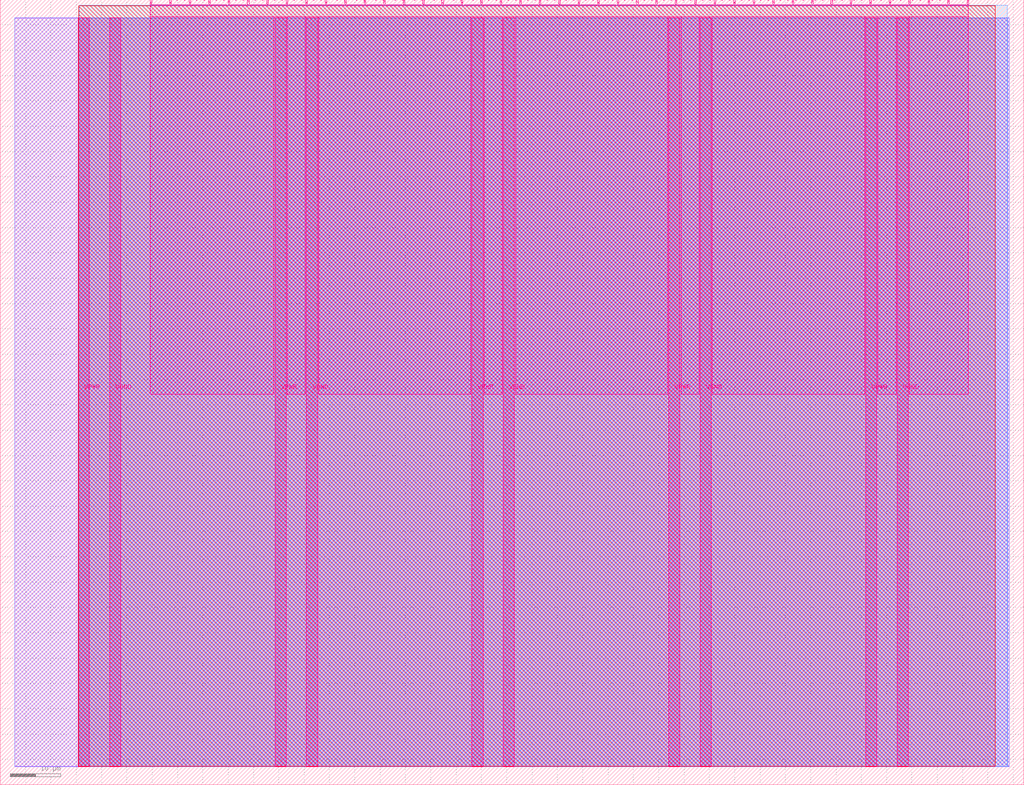
<source format=lef>
VERSION 5.7 ;
  NOWIREEXTENSIONATPIN ON ;
  DIVIDERCHAR "/" ;
  BUSBITCHARS "[]" ;
MACRO tt_um_wokwi_434917577229968385
  CLASS BLOCK ;
  FOREIGN tt_um_wokwi_434917577229968385 ;
  ORIGIN 0.000 0.000 ;
  SIZE 202.080 BY 154.980 ;
  PIN VGND
    DIRECTION INOUT ;
    USE GROUND ;
    PORT
      LAYER Metal5 ;
        RECT 21.580 3.560 23.780 151.420 ;
    END
    PORT
      LAYER Metal5 ;
        RECT 60.450 3.560 62.650 151.420 ;
    END
    PORT
      LAYER Metal5 ;
        RECT 99.320 3.560 101.520 151.420 ;
    END
    PORT
      LAYER Metal5 ;
        RECT 138.190 3.560 140.390 151.420 ;
    END
    PORT
      LAYER Metal5 ;
        RECT 177.060 3.560 179.260 151.420 ;
    END
  END VGND
  PIN VPWR
    DIRECTION INOUT ;
    USE POWER ;
    PORT
      LAYER Metal5 ;
        RECT 15.380 3.560 17.580 151.420 ;
    END
    PORT
      LAYER Metal5 ;
        RECT 54.250 3.560 56.450 151.420 ;
    END
    PORT
      LAYER Metal5 ;
        RECT 93.120 3.560 95.320 151.420 ;
    END
    PORT
      LAYER Metal5 ;
        RECT 131.990 3.560 134.190 151.420 ;
    END
    PORT
      LAYER Metal5 ;
        RECT 170.860 3.560 173.060 151.420 ;
    END
  END VPWR
  PIN clk
    DIRECTION INPUT ;
    USE SIGNAL ;
    ANTENNAGATEAREA 0.213200 ;
    PORT
      LAYER Metal5 ;
        RECT 187.050 153.980 187.350 154.980 ;
    END
  END clk
  PIN ena
    DIRECTION INPUT ;
    USE SIGNAL ;
    ANTENNAGATEAREA 0.213200 ;
    PORT
      LAYER Metal5 ;
        RECT 190.890 153.980 191.190 154.980 ;
    END
  END ena
  PIN rst_n
    DIRECTION INPUT ;
    USE SIGNAL ;
    ANTENNAGATEAREA 0.426400 ;
    PORT
      LAYER Metal5 ;
        RECT 183.210 153.980 183.510 154.980 ;
    END
  END rst_n
  PIN ui_in[0]
    DIRECTION INPUT ;
    USE SIGNAL ;
    ANTENNAGATEAREA 0.213200 ;
    PORT
      LAYER Metal5 ;
        RECT 179.370 153.980 179.670 154.980 ;
    END
  END ui_in[0]
  PIN ui_in[1]
    DIRECTION INPUT ;
    USE SIGNAL ;
    ANTENNAGATEAREA 0.213200 ;
    PORT
      LAYER Metal5 ;
        RECT 175.530 153.980 175.830 154.980 ;
    END
  END ui_in[1]
  PIN ui_in[2]
    DIRECTION INPUT ;
    USE SIGNAL ;
    ANTENNAGATEAREA 0.213200 ;
    PORT
      LAYER Metal5 ;
        RECT 171.690 153.980 171.990 154.980 ;
    END
  END ui_in[2]
  PIN ui_in[3]
    DIRECTION INPUT ;
    USE SIGNAL ;
    ANTENNAGATEAREA 0.180700 ;
    PORT
      LAYER Metal5 ;
        RECT 167.850 153.980 168.150 154.980 ;
    END
  END ui_in[3]
  PIN ui_in[4]
    DIRECTION INPUT ;
    USE SIGNAL ;
    ANTENNAGATEAREA 0.213200 ;
    PORT
      LAYER Metal5 ;
        RECT 164.010 153.980 164.310 154.980 ;
    END
  END ui_in[4]
  PIN ui_in[5]
    DIRECTION INPUT ;
    USE SIGNAL ;
    ANTENNAGATEAREA 0.180700 ;
    PORT
      LAYER Metal5 ;
        RECT 160.170 153.980 160.470 154.980 ;
    END
  END ui_in[5]
  PIN ui_in[6]
    DIRECTION INPUT ;
    USE SIGNAL ;
    ANTENNAGATEAREA 0.180700 ;
    PORT
      LAYER Metal5 ;
        RECT 156.330 153.980 156.630 154.980 ;
    END
  END ui_in[6]
  PIN ui_in[7]
    DIRECTION INPUT ;
    USE SIGNAL ;
    ANTENNAGATEAREA 0.213200 ;
    PORT
      LAYER Metal5 ;
        RECT 152.490 153.980 152.790 154.980 ;
    END
  END ui_in[7]
  PIN uio_in[0]
    DIRECTION INPUT ;
    USE SIGNAL ;
    ANTENNAGATEAREA 0.213200 ;
    PORT
      LAYER Metal5 ;
        RECT 148.650 153.980 148.950 154.980 ;
    END
  END uio_in[0]
  PIN uio_in[1]
    DIRECTION INPUT ;
    USE SIGNAL ;
    PORT
      LAYER Metal5 ;
        RECT 144.810 153.980 145.110 154.980 ;
    END
  END uio_in[1]
  PIN uio_in[2]
    DIRECTION INPUT ;
    USE SIGNAL ;
    PORT
      LAYER Metal5 ;
        RECT 140.970 153.980 141.270 154.980 ;
    END
  END uio_in[2]
  PIN uio_in[3]
    DIRECTION INPUT ;
    USE SIGNAL ;
    PORT
      LAYER Metal5 ;
        RECT 137.130 153.980 137.430 154.980 ;
    END
  END uio_in[3]
  PIN uio_in[4]
    DIRECTION INPUT ;
    USE SIGNAL ;
    PORT
      LAYER Metal5 ;
        RECT 133.290 153.980 133.590 154.980 ;
    END
  END uio_in[4]
  PIN uio_in[5]
    DIRECTION INPUT ;
    USE SIGNAL ;
    PORT
      LAYER Metal5 ;
        RECT 129.450 153.980 129.750 154.980 ;
    END
  END uio_in[5]
  PIN uio_in[6]
    DIRECTION INPUT ;
    USE SIGNAL ;
    PORT
      LAYER Metal5 ;
        RECT 125.610 153.980 125.910 154.980 ;
    END
  END uio_in[6]
  PIN uio_in[7]
    DIRECTION INPUT ;
    USE SIGNAL ;
    PORT
      LAYER Metal5 ;
        RECT 121.770 153.980 122.070 154.980 ;
    END
  END uio_in[7]
  PIN uio_oe[0]
    DIRECTION OUTPUT ;
    USE SIGNAL ;
    ANTENNADIFFAREA 0.392700 ;
    PORT
      LAYER Metal5 ;
        RECT 56.490 153.980 56.790 154.980 ;
    END
  END uio_oe[0]
  PIN uio_oe[1]
    DIRECTION OUTPUT ;
    USE SIGNAL ;
    ANTENNADIFFAREA 0.299200 ;
    PORT
      LAYER Metal5 ;
        RECT 52.650 153.980 52.950 154.980 ;
    END
  END uio_oe[1]
  PIN uio_oe[2]
    DIRECTION OUTPUT ;
    USE SIGNAL ;
    ANTENNADIFFAREA 0.299200 ;
    PORT
      LAYER Metal5 ;
        RECT 48.810 153.980 49.110 154.980 ;
    END
  END uio_oe[2]
  PIN uio_oe[3]
    DIRECTION OUTPUT ;
    USE SIGNAL ;
    ANTENNADIFFAREA 0.299200 ;
    PORT
      LAYER Metal5 ;
        RECT 44.970 153.980 45.270 154.980 ;
    END
  END uio_oe[3]
  PIN uio_oe[4]
    DIRECTION OUTPUT ;
    USE SIGNAL ;
    ANTENNADIFFAREA 0.299200 ;
    PORT
      LAYER Metal5 ;
        RECT 41.130 153.980 41.430 154.980 ;
    END
  END uio_oe[4]
  PIN uio_oe[5]
    DIRECTION OUTPUT ;
    USE SIGNAL ;
    ANTENNADIFFAREA 0.299200 ;
    PORT
      LAYER Metal5 ;
        RECT 37.290 153.980 37.590 154.980 ;
    END
  END uio_oe[5]
  PIN uio_oe[6]
    DIRECTION OUTPUT ;
    USE SIGNAL ;
    ANTENNADIFFAREA 0.299200 ;
    PORT
      LAYER Metal5 ;
        RECT 33.450 153.980 33.750 154.980 ;
    END
  END uio_oe[6]
  PIN uio_oe[7]
    DIRECTION OUTPUT ;
    USE SIGNAL ;
    ANTENNADIFFAREA 0.299200 ;
    PORT
      LAYER Metal5 ;
        RECT 29.610 153.980 29.910 154.980 ;
    END
  END uio_oe[7]
  PIN uio_out[0]
    DIRECTION OUTPUT ;
    USE SIGNAL ;
    ANTENNADIFFAREA 0.706800 ;
    PORT
      LAYER Metal5 ;
        RECT 87.210 153.980 87.510 154.980 ;
    END
  END uio_out[0]
  PIN uio_out[1]
    DIRECTION OUTPUT ;
    USE SIGNAL ;
    ANTENNADIFFAREA 0.299200 ;
    PORT
      LAYER Metal5 ;
        RECT 83.370 153.980 83.670 154.980 ;
    END
  END uio_out[1]
  PIN uio_out[2]
    DIRECTION OUTPUT ;
    USE SIGNAL ;
    ANTENNADIFFAREA 0.299200 ;
    PORT
      LAYER Metal5 ;
        RECT 79.530 153.980 79.830 154.980 ;
    END
  END uio_out[2]
  PIN uio_out[3]
    DIRECTION OUTPUT ;
    USE SIGNAL ;
    ANTENNADIFFAREA 0.299200 ;
    PORT
      LAYER Metal5 ;
        RECT 75.690 153.980 75.990 154.980 ;
    END
  END uio_out[3]
  PIN uio_out[4]
    DIRECTION OUTPUT ;
    USE SIGNAL ;
    ANTENNADIFFAREA 0.299200 ;
    PORT
      LAYER Metal5 ;
        RECT 71.850 153.980 72.150 154.980 ;
    END
  END uio_out[4]
  PIN uio_out[5]
    DIRECTION OUTPUT ;
    USE SIGNAL ;
    ANTENNADIFFAREA 0.299200 ;
    PORT
      LAYER Metal5 ;
        RECT 68.010 153.980 68.310 154.980 ;
    END
  END uio_out[5]
  PIN uio_out[6]
    DIRECTION OUTPUT ;
    USE SIGNAL ;
    ANTENNADIFFAREA 0.299200 ;
    PORT
      LAYER Metal5 ;
        RECT 64.170 153.980 64.470 154.980 ;
    END
  END uio_out[6]
  PIN uio_out[7]
    DIRECTION OUTPUT ;
    USE SIGNAL ;
    ANTENNADIFFAREA 0.299200 ;
    PORT
      LAYER Metal5 ;
        RECT 60.330 153.980 60.630 154.980 ;
    END
  END uio_out[7]
  PIN uo_out[0]
    DIRECTION OUTPUT ;
    USE SIGNAL ;
    ANTENNADIFFAREA 0.654800 ;
    PORT
      LAYER Metal5 ;
        RECT 117.930 153.980 118.230 154.980 ;
    END
  END uo_out[0]
  PIN uo_out[1]
    DIRECTION OUTPUT ;
    USE SIGNAL ;
    ANTENNADIFFAREA 0.662000 ;
    PORT
      LAYER Metal5 ;
        RECT 114.090 153.980 114.390 154.980 ;
    END
  END uo_out[1]
  PIN uo_out[2]
    DIRECTION OUTPUT ;
    USE SIGNAL ;
    ANTENNADIFFAREA 0.662000 ;
    PORT
      LAYER Metal5 ;
        RECT 110.250 153.980 110.550 154.980 ;
    END
  END uo_out[2]
  PIN uo_out[3]
    DIRECTION OUTPUT ;
    USE SIGNAL ;
    ANTENNADIFFAREA 0.662000 ;
    PORT
      LAYER Metal5 ;
        RECT 106.410 153.980 106.710 154.980 ;
    END
  END uo_out[3]
  PIN uo_out[4]
    DIRECTION OUTPUT ;
    USE SIGNAL ;
    ANTENNADIFFAREA 0.662000 ;
    PORT
      LAYER Metal5 ;
        RECT 102.570 153.980 102.870 154.980 ;
    END
  END uo_out[4]
  PIN uo_out[5]
    DIRECTION OUTPUT ;
    USE SIGNAL ;
    ANTENNADIFFAREA 0.662000 ;
    PORT
      LAYER Metal5 ;
        RECT 98.730 153.980 99.030 154.980 ;
    END
  END uo_out[5]
  PIN uo_out[6]
    DIRECTION OUTPUT ;
    USE SIGNAL ;
    ANTENNADIFFAREA 0.662000 ;
    PORT
      LAYER Metal5 ;
        RECT 94.890 153.980 95.190 154.980 ;
    END
  END uo_out[6]
  PIN uo_out[7]
    DIRECTION OUTPUT ;
    USE SIGNAL ;
    ANTENNADIFFAREA 0.662000 ;
    PORT
      LAYER Metal5 ;
        RECT 91.050 153.980 91.350 154.980 ;
    END
  END uo_out[7]
  OBS
      LAYER GatPoly ;
        RECT 2.880 3.630 199.200 151.350 ;
      LAYER Metal1 ;
        RECT 2.880 3.560 199.200 151.420 ;
      LAYER Metal2 ;
        RECT 15.515 3.680 198.865 151.300 ;
      LAYER Metal3 ;
        RECT 15.560 3.635 198.820 153.865 ;
      LAYER Metal4 ;
        RECT 15.515 3.680 196.465 153.820 ;
      LAYER Metal5 ;
        RECT 30.120 153.770 33.240 153.980 ;
        RECT 33.960 153.770 37.080 153.980 ;
        RECT 37.800 153.770 40.920 153.980 ;
        RECT 41.640 153.770 44.760 153.980 ;
        RECT 45.480 153.770 48.600 153.980 ;
        RECT 49.320 153.770 52.440 153.980 ;
        RECT 53.160 153.770 56.280 153.980 ;
        RECT 57.000 153.770 60.120 153.980 ;
        RECT 60.840 153.770 63.960 153.980 ;
        RECT 64.680 153.770 67.800 153.980 ;
        RECT 68.520 153.770 71.640 153.980 ;
        RECT 72.360 153.770 75.480 153.980 ;
        RECT 76.200 153.770 79.320 153.980 ;
        RECT 80.040 153.770 83.160 153.980 ;
        RECT 83.880 153.770 87.000 153.980 ;
        RECT 87.720 153.770 90.840 153.980 ;
        RECT 91.560 153.770 94.680 153.980 ;
        RECT 95.400 153.770 98.520 153.980 ;
        RECT 99.240 153.770 102.360 153.980 ;
        RECT 103.080 153.770 106.200 153.980 ;
        RECT 106.920 153.770 110.040 153.980 ;
        RECT 110.760 153.770 113.880 153.980 ;
        RECT 114.600 153.770 117.720 153.980 ;
        RECT 118.440 153.770 121.560 153.980 ;
        RECT 122.280 153.770 125.400 153.980 ;
        RECT 126.120 153.770 129.240 153.980 ;
        RECT 129.960 153.770 133.080 153.980 ;
        RECT 133.800 153.770 136.920 153.980 ;
        RECT 137.640 153.770 140.760 153.980 ;
        RECT 141.480 153.770 144.600 153.980 ;
        RECT 145.320 153.770 148.440 153.980 ;
        RECT 149.160 153.770 152.280 153.980 ;
        RECT 153.000 153.770 156.120 153.980 ;
        RECT 156.840 153.770 159.960 153.980 ;
        RECT 160.680 153.770 163.800 153.980 ;
        RECT 164.520 153.770 167.640 153.980 ;
        RECT 168.360 153.770 171.480 153.980 ;
        RECT 172.200 153.770 175.320 153.980 ;
        RECT 176.040 153.770 179.160 153.980 ;
        RECT 179.880 153.770 183.000 153.980 ;
        RECT 183.720 153.770 186.840 153.980 ;
        RECT 187.560 153.770 190.680 153.980 ;
        RECT 29.660 151.630 191.140 153.770 ;
        RECT 29.660 77.135 54.040 151.630 ;
        RECT 56.660 77.135 60.240 151.630 ;
        RECT 62.860 77.135 92.910 151.630 ;
        RECT 95.530 77.135 99.110 151.630 ;
        RECT 101.730 77.135 131.780 151.630 ;
        RECT 134.400 77.135 137.980 151.630 ;
        RECT 140.600 77.135 170.650 151.630 ;
        RECT 173.270 77.135 176.850 151.630 ;
        RECT 179.470 77.135 191.140 151.630 ;
  END
END tt_um_wokwi_434917577229968385
END LIBRARY


</source>
